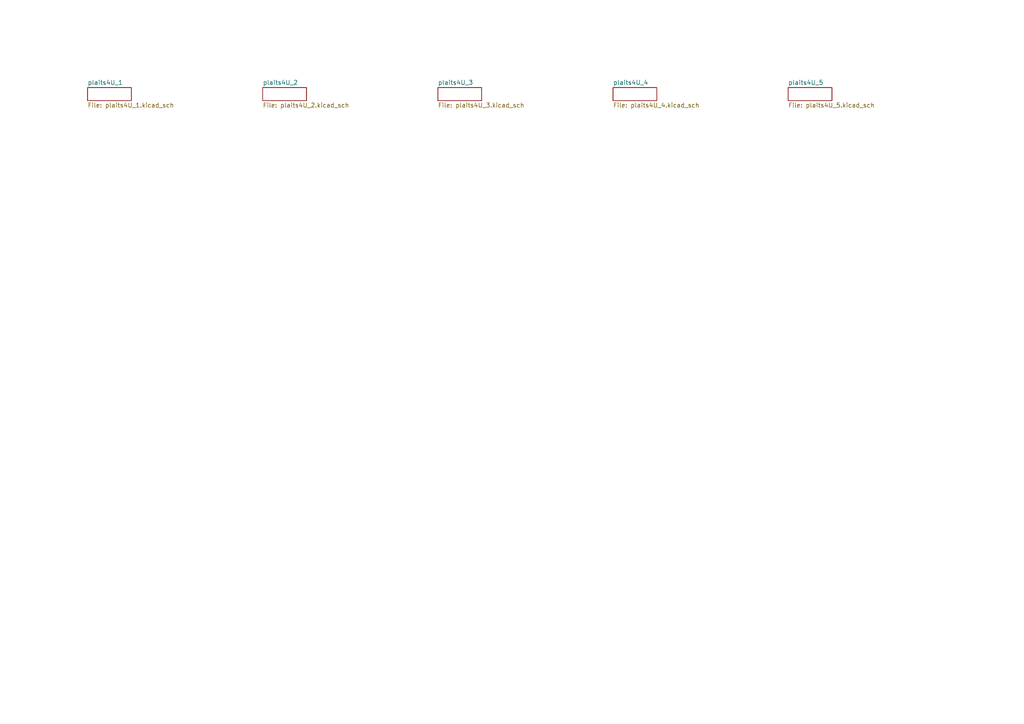
<source format=kicad_sch>
(kicad_sch
	(version 20231120)
	(generator "eeschema")
	(generator_version "8.0")
	(uuid "e0444e7c-7f4b-4379-ab28-e2acd28f4018")
	(paper "A4")
	(lib_symbols)
	(sheet
		(at 228.6 25.4)
		(size 12.7 3.81)
		(fields_autoplaced yes)
		(stroke
			(width 0)
			(type solid)
		)
		(fill
			(color 0 0 0 0.0000)
		)
		(uuid "932fd656-12d9-46b1-9b71-e6e11569472a")
		(property "Sheetname" "plaits4U_5"
			(at 228.6 24.6884 0)
			(effects
				(font
					(size 1.27 1.27)
				)
				(justify left bottom)
			)
		)
		(property "Sheetfile" "plaits4U_5.kicad_sch"
			(at 228.6 29.7946 0)
			(effects
				(font
					(size 1.27 1.27)
				)
				(justify left top)
			)
		)
		(instances
			(project "plaits4U"
				(path "/e0444e7c-7f4b-4379-ab28-e2acd28f4018"
					(page "5")
				)
			)
		)
	)
	(sheet
		(at 177.8 25.4)
		(size 12.7 3.81)
		(fields_autoplaced yes)
		(stroke
			(width 0)
			(type solid)
		)
		(fill
			(color 0 0 0 0.0000)
		)
		(uuid "ac1a8608-5208-468c-a4fb-b8b78fccf5bc")
		(property "Sheetname" "plaits4U_4"
			(at 177.8 24.6884 0)
			(effects
				(font
					(size 1.27 1.27)
				)
				(justify left bottom)
			)
		)
		(property "Sheetfile" "plaits4U_4.kicad_sch"
			(at 177.8 29.7946 0)
			(effects
				(font
					(size 1.27 1.27)
				)
				(justify left top)
			)
		)
		(instances
			(project "plaits4U"
				(path "/e0444e7c-7f4b-4379-ab28-e2acd28f4018"
					(page "4")
				)
			)
		)
	)
	(sheet
		(at 127 25.4)
		(size 12.7 3.81)
		(fields_autoplaced yes)
		(stroke
			(width 0)
			(type solid)
		)
		(fill
			(color 0 0 0 0.0000)
		)
		(uuid "aeba7ad7-7f94-434b-8b7d-7a2809e7d434")
		(property "Sheetname" "plaits4U_3"
			(at 127 24.6884 0)
			(effects
				(font
					(size 1.27 1.27)
				)
				(justify left bottom)
			)
		)
		(property "Sheetfile" "plaits4U_3.kicad_sch"
			(at 127 29.7946 0)
			(effects
				(font
					(size 1.27 1.27)
				)
				(justify left top)
			)
		)
		(instances
			(project "plaits4U"
				(path "/e0444e7c-7f4b-4379-ab28-e2acd28f4018"
					(page "3")
				)
			)
		)
	)
	(sheet
		(at 25.4 25.4)
		(size 12.7 3.81)
		(fields_autoplaced yes)
		(stroke
			(width 0)
			(type solid)
		)
		(fill
			(color 0 0 0 0.0000)
		)
		(uuid "b73b4b78-f97e-46b4-83ff-fff67e5f95d0")
		(property "Sheetname" "plaits4U_1"
			(at 25.4 24.6884 0)
			(effects
				(font
					(size 1.27 1.27)
				)
				(justify left bottom)
			)
		)
		(property "Sheetfile" "plaits4U_1.kicad_sch"
			(at 25.4 29.7946 0)
			(effects
				(font
					(size 1.27 1.27)
				)
				(justify left top)
			)
		)
		(instances
			(project "plaits4U"
				(path "/e0444e7c-7f4b-4379-ab28-e2acd28f4018"
					(page "1")
				)
			)
		)
	)
	(sheet
		(at 76.2 25.4)
		(size 12.7 3.81)
		(fields_autoplaced yes)
		(stroke
			(width 0)
			(type solid)
		)
		(fill
			(color 0 0 0 0.0000)
		)
		(uuid "bc325358-815f-48b0-bf60-dcbf229679e5")
		(property "Sheetname" "plaits4U_2"
			(at 76.2 24.6884 0)
			(effects
				(font
					(size 1.27 1.27)
				)
				(justify left bottom)
			)
		)
		(property "Sheetfile" "plaits4U_2.kicad_sch"
			(at 76.2 29.7946 0)
			(effects
				(font
					(size 1.27 1.27)
				)
				(justify left top)
			)
		)
		(instances
			(project "plaits4U"
				(path "/e0444e7c-7f4b-4379-ab28-e2acd28f4018"
					(page "2")
				)
			)
		)
	)
	(sheet_instances
		(path "/"
			(page "1")
		)
	)
)

</source>
